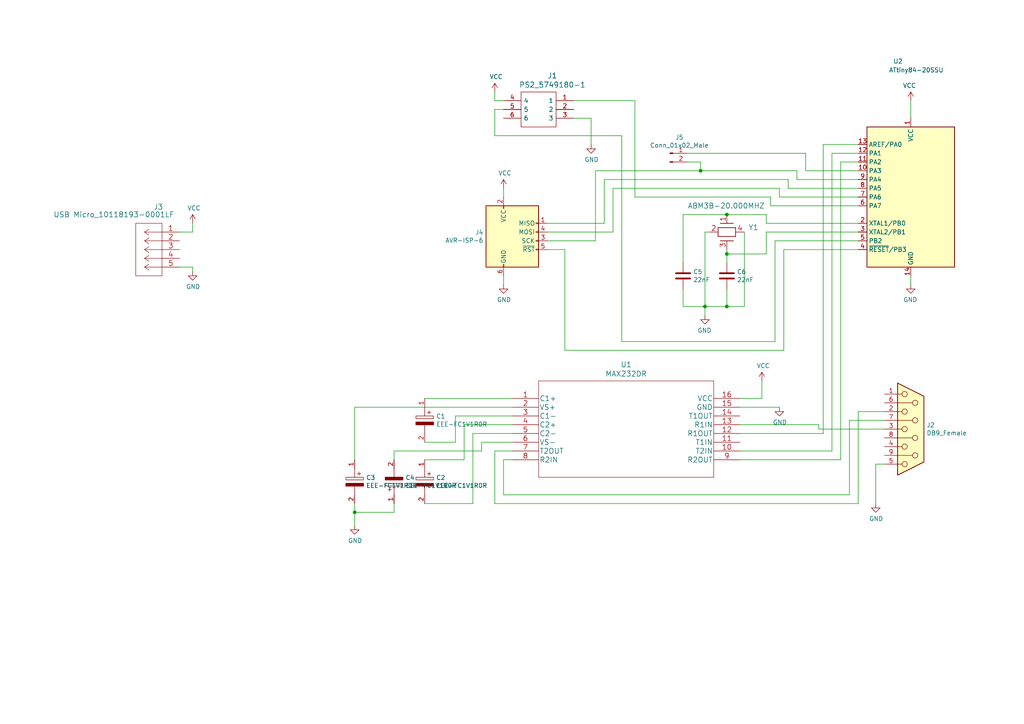
<source format=kicad_sch>
(kicad_sch (version 20211123) (generator eeschema)
  (paper "A4")
  (title_block (title "UPL Mouse PS2 to Serial") (date "2021-03-28") (rev "1") (company "BVKSound"))
  (lib_symbols
    (symbol "Connector:AVR-ISP-6" (pin_names (offset 1.016))
      (property "Reference" "J" (at -6.35 11.43 0))
      (property "Value" "AVR-ISP-6" (at 0 11.43 0))
      (symbol "AVR-ISP-6_0_1"
        (rectangle (start -2.667 -6.858) (end -2.413 -7.62))
        (rectangle (start -2.667 10.16) (end -2.413 9.398))
        (rectangle (start 7.62 -2.413) (end 6.858 -2.667))
        (rectangle (start 7.62 0.127) (end 6.858 -0.127))
        (rectangle (start 7.62 2.667) (end 6.858 2.413))
        (rectangle (start 7.62 5.207) (end 6.858 4.953))
        (rectangle (start 7.62 10.16) (end -7.62 -7.62) (stroke (width 0.254)) (fill (type background)))
      )
      (symbol "AVR-ISP-6_1_1"
        (pin passive line (at 10.16 5.08 180) (length 2.54) (name "MISO") (number "1"))
        (pin passive line (at -2.54 12.7 270) (length 2.54) (name "VCC") (number "2"))
        (pin passive line (at 10.16 0 180) (length 2.54) (name "SCK") (number "3"))
        (pin passive line (at 10.16 2.54 180) (length 2.54) (name "MOSI") (number "4"))
        (pin passive line (at 10.16 -2.54 180) (length 2.54) (name "~{RST}") (number "5"))
        (pin passive line (at -2.54 -10.16 90) (length 2.54) (name "GND") (number "6"))
      )
    )
    (symbol "Connector:Conn_01x02_Male" (pin_names (offset 1.016) hide)
      (property "Reference" "J" (at 0 2.54 0))
      (property "Value" "Conn_01x02_Male" (at 0 -5.08 0))
      (symbol "Conn_01x02_Male_1_1"
        (polyline (pts (xy 1.27 -2.54) (xy 0.8636 -2.54)) (stroke (width 0.1524)))
        (polyline (pts (xy 1.27 0) (xy 0.8636 0)) (stroke (width 0.1524)))
        (rectangle (start 0.8636 -2.413) (end 0 -2.667) (stroke (width 0.1524)) (fill (type outline)))
        (rectangle (start 0.8636 0.127) (end 0 -0.127) (stroke (width 0.1524)) (fill (type outline)))
        (pin passive line (at 5.08 0 180) (length 3.81) (name "Pin_1") (number "1"))
        (pin passive line (at 5.08 -2.54 180) (length 3.81) (name "Pin_2") (number "2"))
      )
    )
    (symbol "Connector:DB9_Female" (pin_names (offset 1.016) hide)
      (property "Reference" "J" (at 0 13.97 0))
      (property "Value" "DB9_Female" (at 0 -14.605 0))
      (symbol "DB9_Female_0_1"
        (circle (center -1.778 -10.16) (radius 0.762))
        (circle (center -1.778 -5.08) (radius 0.762))
        (circle (center -1.778 0) (radius 0.762))
        (circle (center -1.778 5.08) (radius 0.762))
        (circle (center -1.778 10.16) (radius 0.762))
        (polyline (pts (xy -3.81 -10.16) (xy -2.54 -10.16)))
        (polyline (pts (xy -3.81 -7.62) (xy 0.508 -7.62)))
        (polyline (pts (xy -3.81 -5.08) (xy -2.54 -5.08)))
        (polyline (pts (xy -3.81 -2.54) (xy 0.508 -2.54)))
        (polyline (pts (xy -3.81 0) (xy -2.54 0)))
        (polyline (pts (xy -3.81 2.54) (xy 0.508 2.54)))
        (polyline (pts (xy -3.81 5.08) (xy -2.54 5.08)))
        (polyline (pts (xy -3.81 7.62) (xy 0.508 7.62)))
        (polyline (pts (xy -3.81 10.16) (xy -2.54 10.16)))
        (polyline (pts (xy -3.81 13.335) (xy -3.81 -13.335) (xy 3.81 -9.525) (xy 3.81 9.525) (xy -3.81 13.335)) (stroke (width 0.254)) (fill (type background)))
        (circle (center 1.27 -7.62) (radius 0.762))
        (circle (center 1.27 -2.54) (radius 0.762))
        (circle (center 1.27 2.54) (radius 0.762))
        (circle (center 1.27 7.62) (radius 0.762))
      )
      (symbol "DB9_Female_1_1"
        (pin passive line (at -7.62 10.16 0) (length 3.81) (name "1") (number "1"))
        (pin passive line (at -7.62 5.08 0) (length 3.81) (name "2") (number "2"))
        (pin passive line (at -7.62 0 0) (length 3.81) (name "3") (number "3"))
        (pin passive line (at -7.62 -5.08 0) (length 3.81) (name "4") (number "4"))
        (pin passive line (at -7.62 -10.16 0) (length 3.81) (name "5") (number "5"))
        (pin passive line (at -7.62 7.62 0) (length 3.81) (name "6") (number "6"))
        (pin passive line (at -7.62 2.54 0) (length 3.81) (name "7") (number "7"))
        (pin passive line (at -7.62 -2.54 0) (length 3.81) (name "8") (number "8"))
        (pin passive line (at -7.62 -7.62 0) (length 3.81) (name "9") (number "9"))
      )
    )
    (symbol "Device:C" (pin_numbers hide) (pin_names (offset 0.254))
      (property "Reference" "C" (at 0.635 2.54 0))
      (property "Value" "C" (at 0.635 -2.54 0))
      (symbol "C_0_1"
        (polyline (pts (xy -2.032 -0.762) (xy 2.032 -0.762)) (stroke (width 0.508)))
        (polyline (pts (xy -2.032 0.762) (xy 2.032 0.762)) (stroke (width 0.508)))
      )
      (symbol "C_1_1"
        (pin passive line (at 0 3.81 270) (length 2.794) (name "~") (number "1"))
        (pin passive line (at 0 -3.81 90) (length 2.794) (name "~") (number "2"))
      )
    )
    (symbol "UPL_Mouse-rescue:10118193-0001LF-BVKSound" (pin_names (offset 0.254) hide)
      (property "Reference" "J" (at 8.89 6.35 0))
      (property "Value" "10118193-0001LF-BVKSound" (at 10.16 -5.08 0))
      (symbol "10118193-0001LF-BVKSound_1_1"
        (polyline (pts (xy 5.08 -12.7) (xy 12.7 -12.7)) (stroke (width 0.127)))
        (polyline (pts (xy 5.08 2.54) (xy 5.08 -12.7)) (stroke (width 0.127)))
        (polyline (pts (xy 10.16 -10.16) (xy 5.08 -10.16)) (stroke (width 0.127)))
        (polyline (pts (xy 10.16 -10.16) (xy 8.89 -10.9982)) (stroke (width 0.127)))
        (polyline (pts (xy 10.16 -10.16) (xy 8.89 -9.3218)) (stroke (width 0.127)))
        (polyline (pts (xy 10.16 -7.62) (xy 5.08 -7.62)) (stroke (width 0.127)))
        (polyline (pts (xy 10.16 -7.62) (xy 8.89 -8.4582)) (stroke (width 0.127)))
        (polyline (pts (xy 10.16 -7.62) (xy 8.89 -6.7818)) (stroke (width 0.127)))
        (polyline (pts (xy 10.16 -5.08) (xy 5.08 -5.08)) (stroke (width 0.127)))
        (polyline (pts (xy 10.16 -5.08) (xy 8.89 -5.9182)) (stroke (width 0.127)))
        (polyline (pts (xy 10.16 -5.08) (xy 8.89 -4.2418)) (stroke (width 0.127)))
        (polyline (pts (xy 10.16 -2.54) (xy 5.08 -2.54)) (stroke (width 0.127)))
        (polyline (pts (xy 10.16 -2.54) (xy 8.89 -3.3782)) (stroke (width 0.127)))
        (polyline (pts (xy 10.16 -2.54) (xy 8.89 -1.7018)) (stroke (width 0.127)))
        (polyline (pts (xy 10.16 0) (xy 5.08 0)) (stroke (width 0.127)))
        (polyline (pts (xy 10.16 0) (xy 8.89 -0.8382)) (stroke (width 0.127)))
        (polyline (pts (xy 10.16 0) (xy 8.89 0.8382)) (stroke (width 0.127)))
        (polyline (pts (xy 12.7 -12.7) (xy 12.7 2.54)) (stroke (width 0.127)))
        (polyline (pts (xy 12.7 2.54) (xy 5.08 2.54)) (stroke (width 0.127)))
        (pin unspecified line (at 0 0 0) (length 5.08) (name "1") (number "1"))
        (pin unspecified line (at 0 -2.54 0) (length 5.08) (name "2") (number "2"))
        (pin unspecified line (at 0 -5.08 0) (length 5.08) (name "3") (number "3"))
        (pin unspecified line (at 0 -7.62 0) (length 5.08) (name "4") (number "4"))
        (pin unspecified line (at 0 -10.16 0) (length 5.08) (name "5") (number "5"))
      )
    )
    (symbol "UPL_Mouse-rescue:5749180-1-BVKSound" (pin_names (offset 0.762))
      (property "Reference" "J" (at 16.51 7.62 0))
      (property "Value" "5749180-1-BVKSound" (at 16.51 5.08 0))
      (symbol "5749180-1-BVKSound_0_0"
        (pin passive line (at 0 0 0) (length 5.08) (name "1") (number "1"))
        (pin passive line (at 0 -2.54 0) (length 5.08) (name "2") (number "2"))
        (pin passive line (at 0 -5.08 0) (length 5.08) (name "3") (number "3"))
        (pin passive line (at 20.32 0 180) (length 5.08) (name "4") (number "4"))
        (pin passive line (at 20.32 -2.54 180) (length 5.08) (name "5") (number "5"))
        (pin passive line (at 20.32 -5.08 180) (length 5.08) (name "6") (number "6"))
      )
      (symbol "5749180-1-BVKSound_0_1"
        (polyline (pts (xy 5.08 2.54) (xy 15.24 2.54) (xy 15.24 -7.62) (xy 5.08 -7.62) (xy 5.08 2.54)) (stroke (width 0.1524)))
      )
    )
    (symbol "UPL_Mouse-rescue:ABM3B-20.000MHZ-BVKSound" (pin_names hide)
      (property "Reference" "Y" (at 3.175 6.35 0))
      (property "Value" "ABM3B-20.000MHZ-BVKSound" (at 5.08 -7.62 0))
      (symbol "ABM3B-20.000MHZ-BVKSound_1_1"
        (polyline (pts (xy 2.54 -1.905) (xy 2.54 1.905)) (stroke (width 0.2032)))
        (polyline (pts (xy 3.81 -2.54) (xy 3.81 2.54)) (stroke (width 0.2032)))
        (polyline (pts (xy 3.81 2.54) (xy 6.35 2.54)) (stroke (width 0.2032)))
        (polyline (pts (xy 6.35 -2.54) (xy 3.81 -2.54)) (stroke (width 0.2032)))
        (polyline (pts (xy 6.35 2.54) (xy 6.35 -2.54)) (stroke (width 0.2032)))
        (polyline (pts (xy 7.62 -1.905) (xy 7.62 1.905)) (stroke (width 0.2032)))
        (pin unspecified line (at 0 0 0) (length 2.54) (name "1") (number "1"))
        (pin power_in line (at 5.08 -5.08 90) (length 2.54) (name "GND") (number "2"))
        (pin unspecified line (at 10.16 0 180) (length 2.54) (name "2") (number "3"))
        (pin power_in line (at 5.08 5.08 270) (length 2.54) (name "GND") (number "4"))
      )
    )
    (symbol "UPL_Mouse-rescue:ATtiny84-20SSU-MCU_Microchip_ATtiny"
      (property "Reference" "U" (at -12.7 21.59 0))
      (property "Value" "ATtiny84-20SSU-MCU_Microchip_ATtiny" (at 2.54 -21.59 0))
      (symbol "ATtiny84-20SSU-MCU_Microchip_ATtiny_0_1"
        (rectangle (start -12.7 -20.32) (end 12.7 20.32) (stroke (width 0.254)) (fill (type background)))
      )
      (symbol "ATtiny84-20SSU-MCU_Microchip_ATtiny_1_1"
        (pin power_in line (at 0 22.86 270) (length 2.54) (name "VCC") (number "1"))
        (pin bidirectional line (at 15.24 7.62 180) (length 2.54) (name "PA3") (number "10"))
        (pin bidirectional line (at 15.24 10.16 180) (length 2.54) (name "PA2") (number "11"))
        (pin bidirectional line (at 15.24 12.7 180) (length 2.54) (name "PA1") (number "12"))
        (pin bidirectional line (at 15.24 15.24 180) (length 2.54) (name "AREF/PA0") (number "13"))
        (pin power_in line (at 0 -22.86 90) (length 2.54) (name "GND") (number "14"))
        (pin bidirectional line (at 15.24 -7.62 180) (length 2.54) (name "XTAL1/PB0") (number "2"))
        (pin bidirectional line (at 15.24 -10.16 180) (length 2.54) (name "XTAL2/PB1") (number "3"))
        (pin bidirectional line (at 15.24 -15.24 180) (length 2.54) (name "~{RESET}/PB3") (number "4"))
        (pin bidirectional line (at 15.24 -12.7 180) (length 2.54) (name "PB2") (number "5"))
        (pin bidirectional line (at 15.24 -2.54 180) (length 2.54) (name "PA7") (number "6"))
        (pin bidirectional line (at 15.24 0 180) (length 2.54) (name "PA6") (number "7"))
        (pin bidirectional line (at 15.24 2.54 180) (length 2.54) (name "PA5") (number "8"))
        (pin bidirectional line (at 15.24 5.08 180) (length 2.54) (name "PA4") (number "9"))
      )
    )
    (symbol "UPL_Mouse-rescue:EEE-FC1V1R0R-BVKSound" (pin_names (offset 0.762))
      (property "Reference" "C" (at 8.89 6.35 0))
      (property "Value" "EEE-FC1V1R0R-BVKSound" (at 8.89 3.81 0))
      (symbol "EEE-FC1V1R0R-BVKSound_0_0"
        (pin passive line (at 0 0 0) (length 2.54) (name "~") (number "1"))
        (pin passive line (at 12.7 0 180) (length 2.54) (name "~") (number "2"))
      )
      (symbol "EEE-FC1V1R0R-BVKSound_0_1"
        (polyline (pts (xy 2.54 0) (xy 5.08 0)) (stroke (width 0.1524)))
        (polyline (pts (xy 4.064 1.778) (xy 4.064 0.762)) (stroke (width 0.1524)))
        (polyline (pts (xy 4.572 1.27) (xy 3.556 1.27)) (stroke (width 0.1524)))
        (polyline (pts (xy 7.62 0) (xy 10.16 0)) (stroke (width 0.1524)))
        (polyline (pts (xy 5.08 2.54) (xy 5.08 -2.54) (xy 5.842 -2.54) (xy 5.842 2.54) (xy 5.08 2.54)) (stroke (width 0.1524)))
        (polyline (pts (xy 7.62 2.54) (xy 7.62 -2.54) (xy 6.858 -2.54) (xy 6.858 2.54) (xy 7.62 2.54)) (stroke (width 0.254)) (fill (type outline)))
      )
    )
    (symbol "UPL_Mouse-rescue:MAX232DR-BVKSound" (pin_names (offset 0.254))
      (property "Reference" "U" (at 33.02 10.16 0))
      (property "Value" "MAX232DR-BVKSound" (at 33.02 7.62 0))
      (symbol "MAX232DR-BVKSound_1_1"
        (polyline (pts (xy 7.62 -22.86) (xy 58.42 -22.86)) (stroke (width 0.127)))
        (polyline (pts (xy 7.62 5.08) (xy 7.62 -22.86)) (stroke (width 0.127)))
        (polyline (pts (xy 58.42 -22.86) (xy 58.42 5.08)) (stroke (width 0.127)))
        (polyline (pts (xy 58.42 5.08) (xy 7.62 5.08)) (stroke (width 0.127)))
        (pin unspecified line (at 0 0 0) (length 7.62) (name "C1+") (number "1"))
        (pin input line (at 66.04 -15.24 180) (length 7.62) (name "T2IN") (number "10"))
        (pin input line (at 66.04 -12.7 180) (length 7.62) (name "T1IN") (number "11"))
        (pin output line (at 66.04 -10.16 180) (length 7.62) (name "R1OUT") (number "12"))
        (pin input line (at 66.04 -7.62 180) (length 7.62) (name "R1IN") (number "13"))
        (pin output line (at 66.04 -5.08 180) (length 7.62) (name "T1OUT") (number "14"))
        (pin power_in line (at 66.04 -2.54 180) (length 7.62) (name "GND") (number "15"))
        (pin power_in line (at 66.04 0 180) (length 7.62) (name "VCC") (number "16"))
        (pin unspecified line (at 0 -2.54 0) (length 7.62) (name "VS+") (number "2"))
        (pin unspecified line (at 0 -5.08 0) (length 7.62) (name "C1-") (number "3"))
        (pin unspecified line (at 0 -7.62 0) (length 7.62) (name "C2+") (number "4"))
        (pin unspecified line (at 0 -10.16 0) (length 7.62) (name "C2-") (number "5"))
        (pin unspecified line (at 0 -12.7 0) (length 7.62) (name "VS-") (number "6"))
        (pin output line (at 0 -15.24 0) (length 7.62) (name "T2OUT") (number "7"))
        (pin input line (at 0 -17.78 0) (length 7.62) (name "R2IN") (number "8"))
        (pin output line (at 66.04 -17.78 180) (length 7.62) (name "R2OUT") (number "9"))
      )
    )
    (symbol "power:GND" (power) (pin_names (offset 0))
      (property "Value" "GND" (at 0 -3.81 0))
      (symbol "GND_0_1"
        (polyline (pts (xy 0 0) (xy 0 -1.27) (xy 1.27 -1.27) (xy 0 -2.54) (xy -1.27 -1.27) (xy 0 -1.27)))
      )
      (symbol "GND_1_1"
        (pin power_in line (at 0 0 270) (length 0) hide (name "GND") (number "1"))
      )
    )
    (symbol "power:VCC" (power) (pin_names (offset 0))
      (property "Value" "VCC" (at 0 3.81 0))
      (symbol "VCC_0_1"
        (polyline (pts (xy -0.762 1.27) (xy 0 2.54)))
        (polyline (pts (xy 0 0) (xy 0 2.54)))
        (polyline (pts (xy 0 2.54) (xy 0.762 1.27)))
      )
      (symbol "VCC_1_1"
        (pin power_in line (at 0 0 90) (length 0) hide (name "VCC") (number "1"))
      )
    )
  )
  (junction (at 210.82 73.66))
  (junction (at 204.47 88.9))
  (junction (at 102.87 148.59))
  (junction (at 203.2 49.53))
  (junction (at 210.82 62.23))
  (junction (at 210.82 88.9))
  (wire (pts (xy 175.26 64.77) (xy 158.75 64.77)))
  (wire (pts (xy 134.62 123.19) (xy 148.59 123.19)))
  (wire (pts (xy 222.25 67.31) (xy 248.92 67.31)))
  (wire (pts (xy 180.34 99.06) (xy 180.34 39.37)))
  (wire (pts (xy 114.3 133.35) (xy 114.3 130.81)))
  (wire (pts (xy 246.38 143.51) (xy 246.38 121.92)))
  (wire (pts (xy 248.92 44.45) (xy 241.3 44.45)))
  (wire (pts (xy 204.47 67.31) (xy 204.47 88.9)))
  (wire (pts (xy 246.38 121.92) (xy 256.54 121.92)))
  (wire (pts (xy 132.08 128.27) (xy 123.19 128.27)))
  (wire (pts (xy 214.63 133.35) (xy 243.84 133.35)))
  (wire (pts (xy 205.74 67.31) (xy 204.47 67.31)))
  (wire (pts (xy 214.63 115.57) (xy 220.98 115.57)))
  (wire (pts (xy 220.98 115.57) (xy 220.98 110.49)))
  (wire (pts (xy 222.25 73.66) (xy 210.82 73.66)))
  (wire (pts (xy 148.59 133.35) (xy 146.05 133.35)))
  (wire (pts (xy 233.68 44.45) (xy 233.68 49.53)))
  (wire (pts (xy 222.25 64.77) (xy 222.25 62.23)))
  (wire (pts (xy 256.54 124.46) (xy 237.49 124.46)))
  (wire (pts (xy 146.05 29.21) (xy 143.51 29.21)))
  (wire (pts (xy 223.52 59.69) (xy 223.52 57.15)))
  (wire (pts (xy 264.16 82.55) (xy 264.16 80.01)))
  (wire (pts (xy 146.05 31.75) (xy 143.51 31.75)))
  (wire (pts (xy 210.82 88.9) (xy 210.82 83.82)))
  (wire (pts (xy 231.14 49.53) (xy 203.2 49.53)))
  (wire (pts (xy 215.9 67.31) (xy 215.9 88.9)))
  (wire (pts (xy 228.6 52.07) (xy 175.26 52.07)))
  (wire (pts (xy 171.45 34.29) (xy 171.45 41.91)))
  (wire (pts (xy 198.12 83.82) (xy 198.12 88.9)))
  (wire (pts (xy 224.79 99.06) (xy 180.34 99.06)))
  (wire (pts (xy 134.62 133.35) (xy 134.62 123.19)))
  (wire (pts (xy 223.52 57.15) (xy 184.15 57.15)))
  (wire (pts (xy 204.47 91.44) (xy 204.47 88.9)))
  (wire (pts (xy 248.92 146.05) (xy 248.92 119.38)))
  (wire (pts (xy 227.33 72.39) (xy 227.33 101.6)))
  (wire (pts (xy 163.83 101.6) (xy 163.83 72.39)))
  (wire (pts (xy 248.92 119.38) (xy 256.54 119.38)))
  (wire (pts (xy 143.51 31.75) (xy 143.51 39.37)))
  (wire (pts (xy 198.12 62.23) (xy 198.12 76.2)))
  (wire (pts (xy 243.84 46.99) (xy 243.84 133.35)))
  (wire (pts (xy 203.2 46.99) (xy 203.2 49.53)))
  (wire (pts (xy 123.19 115.57) (xy 148.59 115.57)))
  (wire (pts (xy 210.82 73.66) (xy 210.82 76.2)))
  (wire (pts (xy 264.16 34.29) (xy 264.16 29.21)))
  (wire (pts (xy 224.79 69.85) (xy 224.79 99.06)))
  (wire (pts (xy 199.39 44.45) (xy 233.68 44.45)))
  (wire (pts (xy 237.49 124.46) (xy 237.49 123.19)))
  (wire (pts (xy 228.6 54.61) (xy 248.92 54.61)))
  (wire (pts (xy 166.37 34.29) (xy 171.45 34.29)))
  (wire (pts (xy 172.72 69.85) (xy 158.75 69.85)))
  (wire (pts (xy 210.82 62.23) (xy 198.12 62.23)))
  (wire (pts (xy 102.87 133.35) (xy 102.87 118.11)))
  (wire (pts (xy 114.3 146.05) (xy 114.3 148.59)))
  (wire (pts (xy 199.39 46.99) (xy 203.2 46.99)))
  (wire (pts (xy 238.76 41.91) (xy 238.76 125.73)))
  (wire (pts (xy 143.51 130.81) (xy 143.51 146.05)))
  (wire (pts (xy 137.16 125.73) (xy 137.16 146.05)))
  (wire (pts (xy 210.82 72.39) (xy 210.82 73.66)))
  (wire (pts (xy 143.51 146.05) (xy 248.92 146.05)))
  (wire (pts (xy 132.08 120.65) (xy 132.08 128.27)))
  (wire (pts (xy 228.6 54.61) (xy 228.6 52.07)))
  (wire (pts (xy 137.16 146.05) (xy 123.19 146.05)))
  (wire (pts (xy 166.37 29.21) (xy 184.15 29.21)))
  (wire (pts (xy 215.9 88.9) (xy 210.82 88.9)))
  (wire (pts (xy 143.51 29.21) (xy 143.51 26.67)))
  (wire (pts (xy 55.88 77.47) (xy 55.88 78.74)))
  (wire (pts (xy 175.26 52.07) (xy 175.26 64.77)))
  (wire (pts (xy 227.33 101.6) (xy 163.83 101.6)))
  (wire (pts (xy 114.3 130.81) (xy 139.7 130.81)))
  (wire (pts (xy 223.52 59.69) (xy 248.92 59.69)))
  (wire (pts (xy 241.3 44.45) (xy 241.3 130.81)))
  (wire (pts (xy 146.05 82.55) (xy 146.05 80.01)))
  (wire (pts (xy 148.59 130.81) (xy 143.51 130.81)))
  (wire (pts (xy 143.51 39.37) (xy 180.34 39.37)))
  (wire (pts (xy 102.87 148.59) (xy 102.87 146.05)))
  (wire (pts (xy 227.33 72.39) (xy 248.92 72.39)))
  (wire (pts (xy 222.25 67.31) (xy 222.25 73.66)))
  (wire (pts (xy 248.92 46.99) (xy 243.84 46.99)))
  (wire (pts (xy 123.19 133.35) (xy 134.62 133.35)))
  (wire (pts (xy 224.79 69.85) (xy 248.92 69.85)))
  (wire (pts (xy 146.05 133.35) (xy 146.05 143.51)))
  (wire (pts (xy 102.87 118.11) (xy 148.59 118.11)))
  (wire (pts (xy 139.7 130.81) (xy 139.7 128.27)))
  (wire (pts (xy 184.15 29.21) (xy 184.15 57.15)))
  (wire (pts (xy 256.54 134.62) (xy 254 134.62)))
  (wire (pts (xy 226.06 57.15) (xy 248.92 57.15)))
  (wire (pts (xy 203.2 49.53) (xy 172.72 49.53)))
  (wire (pts (xy 198.12 88.9) (xy 204.47 88.9)))
  (wire (pts (xy 177.8 54.61) (xy 177.8 67.31)))
  (wire (pts (xy 222.25 62.23) (xy 210.82 62.23)))
  (wire (pts (xy 177.8 67.31) (xy 158.75 67.31)))
  (wire (pts (xy 148.59 120.65) (xy 132.08 120.65)))
  (wire (pts (xy 214.63 123.19) (xy 237.49 123.19)))
  (wire (pts (xy 146.05 57.15) (xy 146.05 54.61)))
  (wire (pts (xy 148.59 125.73) (xy 137.16 125.73)))
  (wire (pts (xy 214.63 118.11) (xy 226.06 118.11)))
  (wire (pts (xy 231.14 52.07) (xy 231.14 49.53)))
  (wire (pts (xy 254 134.62) (xy 254 146.05)))
  (wire (pts (xy 163.83 72.39) (xy 158.75 72.39)))
  (wire (pts (xy 52.07 77.47) (xy 55.88 77.47)))
  (wire (pts (xy 55.88 67.31) (xy 55.88 64.77)))
  (wire (pts (xy 222.25 64.77) (xy 248.92 64.77)))
  (wire (pts (xy 52.07 67.31) (xy 55.88 67.31)))
  (wire (pts (xy 204.47 88.9) (xy 210.82 88.9)))
  (wire (pts (xy 231.14 52.07) (xy 248.92 52.07)))
  (wire (pts (xy 102.87 152.4) (xy 102.87 148.59)))
  (wire (pts (xy 214.63 130.81) (xy 241.3 130.81)))
  (wire (pts (xy 248.92 41.91) (xy 238.76 41.91)))
  (wire (pts (xy 214.63 125.73) (xy 238.76 125.73)))
  (wire (pts (xy 114.3 148.59) (xy 102.87 148.59)))
  (wire (pts (xy 172.72 49.53) (xy 172.72 69.85)))
  (wire (pts (xy 226.06 57.15) (xy 226.06 54.61)))
  (wire (pts (xy 139.7 128.27) (xy 148.59 128.27)))
  (wire (pts (xy 146.05 143.51) (xy 246.38 143.51)))
  (wire (pts (xy 226.06 54.61) (xy 177.8 54.61)))
  (wire (pts (xy 233.68 49.53) (xy 248.92 49.53)))
  (symbol (lib_id "Connector:DB9_Female") (at 264.16 124.46 0) (unit 1)
    (property "Reference" "J2" (at 268.732 123.2916 0) (effects (justify left)))
    (property "Value" "DB9_Female" (at 268.732 125.603 0) (effects (justify left)))
    (property "Footprint" "Connector_Dsub:DSUB-9_Female_Horizontal_P2.77x2.84mm_EdgePinOffset4.94mm_Housed_MountingHolesOffset7.48mm" (effects hide))
    (property "Datasheet" " ~" (effects hide))
  )
  (symbol (lib_id "UPL_Mouse-rescue:5749180-1-BVKSound") (at 166.37 29.21 0) (mirror y) (unit 1)
    (property "Reference" "J1" (at 160.2232 21.9202 0) (effects (font (size 1.524 1.524))))
    (property "Value" "PS2_5749180-1" (at 160.2232 24.6126 0) (effects (font (size 1.524 1.524))))
    (property "Footprint" "BVKSound:5749180-1" (effects hide))
  )
  (symbol (lib_id "UPL_Mouse-rescue:MAX232DR-BVKSound") (at 148.59 115.57 0) (unit 1)
    (property "Reference" "U1" (at 181.61 105.7402 0) (effects (font (size 1.524 1.524))))
    (property "Value" "MAX232DR" (at 181.61 108.4326 0) (effects (font (size 1.524 1.524))))
    (property "Footprint" "BVKSound:MAX232DR" (effects hide))
  )
  (symbol (lib_id "UPL_Mouse-rescue:10118193-0001LF-BVKSound") (at 52.07 67.31 0) (mirror y) (unit 1)
    (property "Reference" "J3" (at 45.9232 60.0202 0) (effects (font (size 1.524 1.524))))
    (property "Value" "USB Micro_10118193-0001LF" (at 33.02 62.23 0) (effects (font (size 1.524 1.524))))
    (property "Footprint" "BVKSound:10118193-0001LF" (effects hide))
  )
  (symbol (lib_id "UPL_Mouse-rescue:EEE-FC1V1R0R-BVKSound") (at 123.19 115.57 270) (unit 1)
    (property "Reference" "C1" (at 126.492 120.7516 90) (effects (justify left)))
    (property "Value" "EEE-FC1V1R0R" (at 126.492 123.063 90) (effects (justify left)))
    (property "Footprint" "CAPAE430X550N" (effects hide))
    (property "Datasheet" "https://mouser.componentsearchengine.com/Datasheets/5/EEE-FC1V1R0R.pdf" (effects hide))
    (property "Description" "Aluminum Electrolytic Capacitors - SMD 1uF 35V" (effects hide))
    (property "Height" "5.5" (effects hide))
    (property "Manufacturer_Name" "Panasonic" (effects hide))
    (property "Manufacturer_Part_Number" "EEE-FC1V1R0R" (effects hide))
    (property "Mouser Part Number" "667-EEE-FC1V1R0R" (effects hide))
    (property "Mouser Price/Stock" "https://www.mouser.co.uk/ProductDetail/Panasonic/EEE-FC1V1R0R/?qs=qE6bgDGEOCv6cHKT%2FPWEYQ%3D%3D" (effects hide))
    (property "Arrow Part Number" "EEE-FC1V1R0R" (effects hide))
    (property "Arrow Price/Stock" "https://www.arrow.com/en/products/eee-fc1v1r0r/panasonic" (effects hide))
  )
  (symbol (lib_id "UPL_Mouse-rescue:EEE-FC1V1R0R-BVKSound") (at 123.19 133.35 270) (unit 1)
    (property "Reference" "C2" (at 126.492 138.5316 90) (effects (justify left)))
    (property "Value" "EEE-FC1V1R0R" (at 126.492 140.843 90) (effects (justify left)))
    (property "Footprint" "CAPAE430X550N" (effects hide))
    (property "Datasheet" "https://mouser.componentsearchengine.com/Datasheets/5/EEE-FC1V1R0R.pdf" (effects hide))
    (property "Description" "Aluminum Electrolytic Capacitors - SMD 1uF 35V" (effects hide))
    (property "Height" "5.5" (effects hide))
    (property "Manufacturer_Name" "Panasonic" (effects hide))
    (property "Manufacturer_Part_Number" "EEE-FC1V1R0R" (effects hide))
    (property "Mouser Part Number" "667-EEE-FC1V1R0R" (effects hide))
    (property "Mouser Price/Stock" "https://www.mouser.co.uk/ProductDetail/Panasonic/EEE-FC1V1R0R/?qs=qE6bgDGEOCv6cHKT%2FPWEYQ%3D%3D" (effects hide))
    (property "Arrow Part Number" "EEE-FC1V1R0R" (effects hide))
    (property "Arrow Price/Stock" "https://www.arrow.com/en/products/eee-fc1v1r0r/panasonic" (effects hide))
  )
  (symbol (lib_id "UPL_Mouse-rescue:EEE-FC1V1R0R-BVKSound") (at 102.87 133.35 270) (unit 1)
    (property "Reference" "C3" (at 106.172 138.5316 90) (effects (justify left)))
    (property "Value" "EEE-FC1V1R0R" (at 106.172 140.843 90) (effects (justify left)))
    (property "Footprint" "CAPAE430X550N" (effects hide))
    (property "Datasheet" "https://mouser.componentsearchengine.com/Datasheets/5/EEE-FC1V1R0R.pdf" (effects hide))
    (property "Description" "Aluminum Electrolytic Capacitors - SMD 1uF 35V" (effects hide))
    (property "Height" "5.5" (effects hide))
    (property "Manufacturer_Name" "Panasonic" (effects hide))
    (property "Manufacturer_Part_Number" "EEE-FC1V1R0R" (effects hide))
    (property "Mouser Part Number" "667-EEE-FC1V1R0R" (effects hide))
    (property "Mouser Price/Stock" "https://www.mouser.co.uk/ProductDetail/Panasonic/EEE-FC1V1R0R/?qs=qE6bgDGEOCv6cHKT%2FPWEYQ%3D%3D" (effects hide))
    (property "Arrow Part Number" "EEE-FC1V1R0R" (effects hide))
    (property "Arrow Price/Stock" "https://www.arrow.com/en/products/eee-fc1v1r0r/panasonic" (effects hide))
  )
  (symbol (lib_id "UPL_Mouse-rescue:EEE-FC1V1R0R-BVKSound") (at 114.3 146.05 90) (unit 1)
    (property "Reference" "C4" (at 117.602 138.5316 90) (effects (justify right)))
    (property "Value" "EEE-FC1V1R0R" (at 117.602 140.843 90) (effects (justify right)))
    (property "Footprint" "CAPAE430X550N" (effects hide))
    (property "Datasheet" "https://mouser.componentsearchengine.com/Datasheets/5/EEE-FC1V1R0R.pdf" (effects hide))
    (property "Description" "Aluminum Electrolytic Capacitors - SMD 1uF 35V" (effects hide))
    (property "Height" "5.5" (effects hide))
    (property "Manufacturer_Name" "Panasonic" (effects hide))
    (property "Manufacturer_Part_Number" "EEE-FC1V1R0R" (effects hide))
    (property "Mouser Part Number" "667-EEE-FC1V1R0R" (effects hide))
    (property "Mouser Price/Stock" "https://www.mouser.co.uk/ProductDetail/Panasonic/EEE-FC1V1R0R/?qs=qE6bgDGEOCv6cHKT%2FPWEYQ%3D%3D" (effects hide))
    (property "Arrow Part Number" "EEE-FC1V1R0R" (effects hide))
    (property "Arrow Price/Stock" "https://www.arrow.com/en/products/eee-fc1v1r0r/panasonic" (effects hide))
  )
  (symbol (lib_id "Connector:AVR-ISP-6") (at 148.59 69.85 0) (unit 1)
    (property "Reference" "J4" (at 140.2334 67.4116 0) (effects (justify right)))
    (property "Value" "AVR-ISP-6" (at 140.2334 69.723 0) (effects (justify right)))
    (property "Footprint" "Connector_PinHeader_2.54mm:PinHeader_2x03_P2.54mm_Vertical" (effects hide))
    (property "Datasheet" " ~" (effects hide))
  )
  (symbol (lib_id "power:GND") (at 102.87 152.4 0) (unit 1)
    (property "Reference" "#PWR0101" (effects hide))
    (property "Value" "GND" (at 102.997 156.7942 0))
  )
  (symbol (lib_id "power:GND") (at 226.06 118.11 0) (unit 1)
    (property "Reference" "#PWR0102" (effects hide))
    (property "Value" "GND" (at 226.187 122.5042 0))
  )
  (symbol (lib_id "power:VCC") (at 220.98 110.49 0) (unit 1)
    (property "Reference" "#PWR0103" (effects hide))
    (property "Value" "VCC" (at 221.361 106.0958 0))
  )
  (symbol (lib_id "power:GND") (at 254 146.05 0) (unit 1)
    (property "Reference" "#PWR0104" (effects hide))
    (property "Value" "GND" (at 254.127 150.4442 0))
  )
  (symbol (lib_id "power:VCC") (at 264.16 29.21 0) (mirror y) (unit 1)
    (property "Reference" "#PWR0105" (effects hide))
    (property "Value" "VCC" (at 263.779 24.8158 0))
  )
  (symbol (lib_id "power:GND") (at 264.16 82.55 0) (mirror y) (unit 1)
    (property "Reference" "#PWR0106" (effects hide))
    (property "Value" "GND" (at 264.033 86.9442 0))
  )
  (symbol (lib_id "power:GND") (at 171.45 41.91 0) (unit 1)
    (property "Reference" "#PWR0107" (effects hide))
    (property "Value" "GND" (at 171.577 46.3042 0))
  )
  (symbol (lib_id "power:VCC") (at 143.51 26.67 0) (unit 1)
    (property "Reference" "#PWR0108" (effects hide))
    (property "Value" "VCC" (at 143.891 22.2758 0))
  )
  (symbol (lib_id "power:VCC") (at 146.05 54.61 0) (unit 1)
    (property "Reference" "#PWR0109" (effects hide))
    (property "Value" "VCC" (at 146.431 50.2158 0))
  )
  (symbol (lib_id "power:GND") (at 146.05 82.55 0) (unit 1)
    (property "Reference" "#PWR0110" (effects hide))
    (property "Value" "GND" (at 146.177 86.9442 0))
  )
  (symbol (lib_id "power:VCC") (at 55.88 64.77 0) (unit 1)
    (property "Reference" "#PWR0111" (effects hide))
    (property "Value" "VCC" (at 56.261 60.3758 0))
  )
  (symbol (lib_id "power:GND") (at 55.88 78.74 0) (unit 1)
    (property "Reference" "#PWR0112" (effects hide))
    (property "Value" "GND" (at 56.007 83.1342 0))
  )
  (symbol (lib_id "UPL_Mouse-rescue:ATtiny84-20SSU-MCU_Microchip_ATtiny") (at 264.16 57.15 0) (mirror y) (unit 1)
    (property "Reference" "U2" (at 259.08 17.78 0) (effects (justify right)))
    (property "Value" "ATtiny84-20SSU" (at 257.81 20.32 0) (effects (justify right)))
    (property "Footprint" "Package_SO:SOIC-14_3.9x8.7mm_P1.27mm" (effects hide))
    (property "Datasheet" "http://ww1.microchip.com/downloads/en/DeviceDoc/doc8006.pdf" (effects hide))
  )
  (symbol (lib_id "Connector:Conn_01x02_Male") (at 194.31 44.45 0) (unit 1)
    (property "Reference" "J5" (at 197.0532 39.8526 0))
    (property "Value" "Conn_01x02_Male" (at 197.0532 42.164 0))
    (property "Footprint" "Connector_PinHeader_2.54mm:PinHeader_1x02_P2.54mm_Vertical" (effects hide))
  )
  (symbol (lib_id "UPL_Mouse-rescue:ABM3B-20.000MHZ-BVKSound") (at 210.82 62.23 270) (unit 1)
    (property "Reference" "Y1" (at 217.0176 65.9638 90) (effects (font (size 1.524 1.524)) (justify left)))
    (property "Value" "ABM3B-20.000MHZ" (at 199.39 59.69 90) (effects (font (size 1.524 1.524)) (justify left)))
    (property "Footprint" "BVKSound:ABM3B-20.000MHZ" (effects hide))
  )
  (symbol (lib_id "Device:C") (at 198.12 80.01 0) (unit 1)
    (property "Reference" "C5" (at 201.041 78.8416 0) (effects (justify left)))
    (property "Value" "22nF" (at 201.041 81.153 0) (effects (justify left)))
    (property "Footprint" "Capacitor_SMD:C_0603_1608Metric" (effects hide))
  )
  (symbol (lib_id "Device:C") (at 210.82 80.01 0) (unit 1)
    (property "Reference" "C6" (at 213.741 78.8416 0) (effects (justify left)))
    (property "Value" "22nF" (at 213.741 81.153 0) (effects (justify left)))
    (property "Footprint" "Capacitor_SMD:C_0603_1608Metric" (effects hide))
  )
  (symbol (lib_id "power:GND") (at 204.47 91.44 0) (mirror y) (unit 1)
    (property "Reference" "#PWR0113" (effects hide))
    (property "Value" "GND" (at 204.343 95.8342 0))
  )
)
</source>
